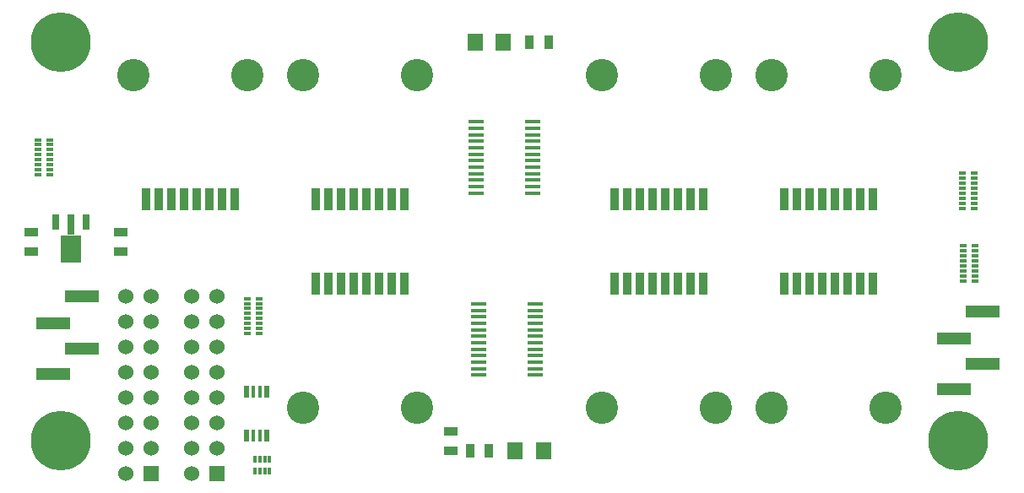
<source format=gts>
G04 (created by PCBNEW (2013-mar-13)-testing) date Tue 15 Oct 2013 18:57:04 BST*
%MOIN*%
G04 Gerber Fmt 3.4, Leading zero omitted, Abs format*
%FSLAX34Y34*%
G01*
G70*
G90*
G04 APERTURE LIST*
%ADD10C,0.005906*%
%ADD11R,0.055000X0.035000*%
%ADD12R,0.062900X0.070900*%
%ADD13R,0.035000X0.055000*%
%ADD14R,0.027600X0.063000*%
%ADD15R,0.027600X0.082700*%
%ADD16R,0.078700X0.108300*%
%ADD17R,0.060000X0.060000*%
%ADD18C,0.060000*%
%ADD19R,0.025600X0.011800*%
%ADD20R,0.031890X0.090551*%
%ADD21R,0.031890X0.090157*%
%ADD22C,0.127953*%
%ADD23R,0.061024X0.016500*%
%ADD24C,0.236220*%
%ADD25R,0.137008X0.050000*%
%ADD26R,0.023622X0.045276*%
%ADD27R,0.017717X0.045276*%
%ADD28R,0.011800X0.025600*%
G04 APERTURE END LIST*
G54D10*
G54D11*
X14596Y-19329D03*
X14596Y-20079D03*
X18139Y-19329D03*
X18139Y-20079D03*
G54D12*
X33692Y-27952D03*
X34810Y-27952D03*
X33236Y-11811D03*
X32118Y-11811D03*
G54D13*
X31908Y-27952D03*
X32658Y-27952D03*
X35020Y-11811D03*
X34270Y-11811D03*
G54D14*
X16752Y-18937D03*
G54D15*
X16161Y-19035D03*
G54D14*
X15570Y-18937D03*
G54D16*
X16161Y-19980D03*
G54D17*
X19328Y-28864D03*
G54D18*
X18328Y-28864D03*
X19328Y-27864D03*
X18328Y-27864D03*
X19328Y-26864D03*
X18328Y-26864D03*
X19328Y-25864D03*
X18328Y-25864D03*
X19328Y-24864D03*
X18328Y-24864D03*
X19328Y-23864D03*
X18328Y-23864D03*
X19328Y-22864D03*
X18328Y-22864D03*
X19328Y-21864D03*
X18328Y-21864D03*
G54D17*
X21927Y-28864D03*
G54D18*
X20927Y-28864D03*
X21927Y-27864D03*
X20927Y-27864D03*
X21927Y-26864D03*
X20927Y-26864D03*
X21927Y-25864D03*
X20927Y-25864D03*
X21927Y-24864D03*
X20927Y-24864D03*
X21927Y-23864D03*
X20927Y-23864D03*
X21927Y-22864D03*
X20927Y-22864D03*
X21927Y-21864D03*
X20927Y-21864D03*
G54D19*
X51368Y-18385D03*
X51368Y-18188D03*
X51369Y-17992D03*
X51368Y-17795D03*
X51822Y-17795D03*
X51822Y-17992D03*
X51822Y-18188D03*
X51822Y-18385D03*
X51822Y-17598D03*
X51822Y-17401D03*
X51822Y-17204D03*
X51822Y-17007D03*
X51369Y-17007D03*
X51369Y-17204D03*
X51369Y-17401D03*
X51369Y-17598D03*
X51387Y-21250D03*
X51387Y-21053D03*
X51389Y-20856D03*
X51387Y-20659D03*
X51842Y-20659D03*
X51842Y-20856D03*
X51842Y-21053D03*
X51842Y-21250D03*
X51842Y-20462D03*
X51842Y-20265D03*
X51842Y-20068D03*
X51842Y-19872D03*
X51389Y-19871D03*
X51389Y-20068D03*
X51389Y-20265D03*
X51389Y-20462D03*
X23592Y-21948D03*
X23592Y-22145D03*
X23591Y-22342D03*
X23592Y-22539D03*
X23138Y-22539D03*
X23138Y-22342D03*
X23138Y-22145D03*
X23138Y-21948D03*
X23138Y-22736D03*
X23138Y-22933D03*
X23138Y-23129D03*
X23138Y-23326D03*
X23591Y-23327D03*
X23591Y-23130D03*
X23591Y-22933D03*
X23591Y-22736D03*
X15314Y-15679D03*
X15314Y-15875D03*
X15313Y-16072D03*
X15314Y-16269D03*
X14860Y-16269D03*
X14860Y-16072D03*
X14860Y-15875D03*
X14860Y-15679D03*
X14860Y-16466D03*
X14860Y-16663D03*
X14860Y-16860D03*
X14860Y-17057D03*
X15313Y-17057D03*
X15313Y-16860D03*
X15313Y-16663D03*
X15313Y-16466D03*
G54D20*
X29309Y-18023D03*
G54D21*
X28809Y-18023D03*
X28309Y-18023D03*
X27809Y-18023D03*
X27309Y-18023D03*
X26809Y-18023D03*
X26309Y-18023D03*
X25809Y-18023D03*
G54D22*
X29809Y-13119D03*
X25309Y-13119D03*
G54D20*
X25809Y-21346D03*
G54D21*
X26309Y-21346D03*
X26809Y-21346D03*
X27309Y-21346D03*
X27809Y-21346D03*
X28309Y-21346D03*
X28809Y-21346D03*
X29309Y-21346D03*
G54D22*
X25309Y-26250D03*
X29809Y-26250D03*
G54D20*
X41120Y-18023D03*
G54D21*
X40620Y-18023D03*
X40120Y-18023D03*
X39620Y-18023D03*
X39120Y-18023D03*
X38620Y-18023D03*
X38120Y-18023D03*
X37620Y-18023D03*
G54D22*
X41620Y-13119D03*
X37120Y-13119D03*
G54D20*
X47812Y-18023D03*
G54D21*
X47312Y-18023D03*
X46812Y-18023D03*
X46312Y-18023D03*
X45812Y-18023D03*
X45312Y-18023D03*
X44812Y-18023D03*
X44312Y-18023D03*
G54D22*
X48312Y-13119D03*
X43812Y-13119D03*
G54D20*
X37620Y-21346D03*
G54D21*
X38120Y-21346D03*
X38620Y-21346D03*
X39120Y-21346D03*
X39620Y-21346D03*
X40120Y-21346D03*
X40620Y-21346D03*
X41120Y-21346D03*
G54D22*
X37120Y-26250D03*
X41620Y-26250D03*
G54D20*
X44312Y-21346D03*
G54D21*
X44812Y-21346D03*
X45312Y-21346D03*
X45812Y-21346D03*
X46312Y-21346D03*
X46812Y-21346D03*
X47312Y-21346D03*
X47812Y-21346D03*
G54D22*
X43812Y-26250D03*
X48312Y-26250D03*
G54D20*
X22616Y-18023D03*
G54D21*
X22116Y-18023D03*
X21616Y-18023D03*
X21116Y-18023D03*
X20616Y-18023D03*
X20116Y-18023D03*
X19616Y-18023D03*
X19116Y-18023D03*
G54D22*
X23116Y-13119D03*
X18616Y-13119D03*
G54D23*
X32165Y-14970D03*
X32165Y-15226D03*
X32165Y-15482D03*
X32165Y-15738D03*
X32165Y-15994D03*
X32165Y-16250D03*
X32165Y-16504D03*
X32165Y-16760D03*
X32165Y-17016D03*
X32165Y-17272D03*
X32165Y-17528D03*
X32165Y-17784D03*
X34389Y-17784D03*
X34389Y-17528D03*
X34389Y-17272D03*
X34389Y-17016D03*
X34389Y-16760D03*
X34389Y-16504D03*
X34389Y-16250D03*
X34389Y-15994D03*
X34389Y-15738D03*
X34389Y-15482D03*
X34389Y-15226D03*
X34389Y-14970D03*
X34498Y-24969D03*
X34498Y-24713D03*
X34498Y-24457D03*
X34498Y-24201D03*
X34498Y-23945D03*
X34498Y-23689D03*
X34498Y-23435D03*
X34498Y-23179D03*
X34498Y-22923D03*
X34498Y-22667D03*
X34498Y-22411D03*
X34498Y-22155D03*
X32273Y-22155D03*
X32273Y-22411D03*
X32273Y-22667D03*
X32273Y-22923D03*
X32273Y-23179D03*
X32273Y-23435D03*
X32273Y-23689D03*
X32273Y-23945D03*
X32273Y-24201D03*
X32273Y-24457D03*
X32273Y-24713D03*
X32273Y-24969D03*
G54D24*
X15748Y-11811D03*
X15748Y-27559D03*
X51181Y-27559D03*
X51181Y-11811D03*
G54D25*
X15462Y-24921D03*
X16590Y-23921D03*
X15462Y-22921D03*
X16590Y-21870D03*
G54D26*
X23907Y-25639D03*
G54D27*
X23622Y-25639D03*
X23366Y-25639D03*
G54D26*
X23080Y-25639D03*
X23080Y-27352D03*
G54D27*
X23366Y-27352D03*
X23622Y-27352D03*
G54D26*
X23907Y-27352D03*
G54D28*
X24005Y-28295D03*
X23808Y-28295D03*
X23611Y-28295D03*
X23414Y-28295D03*
X23414Y-28748D03*
X23611Y-28748D03*
X23808Y-28748D03*
X24005Y-28748D03*
G54D11*
X31151Y-27953D03*
X31151Y-27203D03*
G54D25*
X51019Y-25523D03*
X52147Y-24523D03*
X51019Y-23523D03*
X52147Y-22472D03*
M02*

</source>
